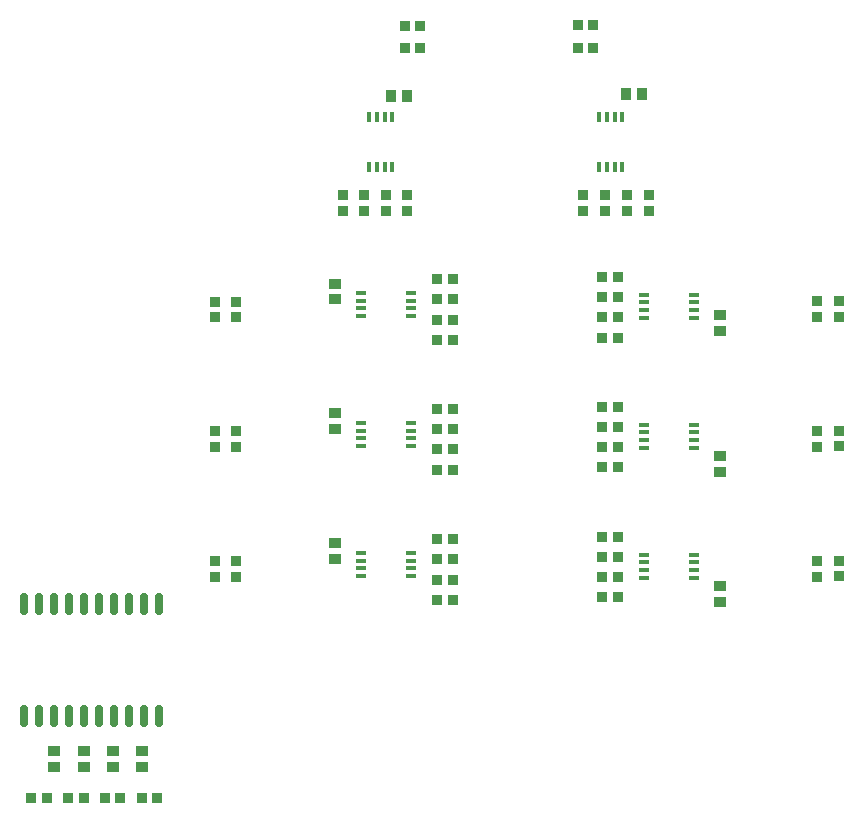
<source format=gbp>
%FSLAX23Y23*%
%MOIN*%
%SFA1B1*%

%IPPOS*%
%AMD15*
4,1,8,-0.005900,-0.037400,0.005900,-0.037400,0.011800,-0.031500,0.011800,0.031500,0.005900,0.037400,-0.005900,0.037400,-0.011800,0.031500,-0.011800,-0.031500,-0.005900,-0.037400,0.0*
1,1,0.011820,-0.005900,-0.031500*
1,1,0.011820,0.005900,-0.031500*
1,1,0.011820,0.005900,0.031500*
1,1,0.011820,-0.005900,0.031500*
%
%AMD63*
4,1,8,-0.017500,0.004100,-0.017500,-0.004100,-0.013400,-0.008300,0.013400,-0.008300,0.017500,-0.004100,0.017500,0.004100,0.013400,0.008300,-0.013400,0.008300,-0.017500,0.004100,0.0*
1,1,0.008260,-0.013400,0.004100*
1,1,0.008260,-0.013400,-0.004100*
1,1,0.008260,0.013400,-0.004100*
1,1,0.008260,0.013400,0.004100*
%
%AMD64*
4,1,8,-0.004100,-0.017500,0.004100,-0.017500,0.008300,-0.013400,0.008300,0.013400,0.004100,0.017500,-0.004100,0.017500,-0.008300,0.013400,-0.008300,-0.013400,-0.004100,-0.017500,0.0*
1,1,0.008260,-0.004100,-0.013400*
1,1,0.008260,0.004100,-0.013400*
1,1,0.008260,0.004100,0.013400*
1,1,0.008260,-0.004100,0.013400*
%
G04~CAMADD=15~8~0.0~0.0~236.2~748.0~59.1~0.0~15~0.0~0.0~0.0~0.0~0~0.0~0.0~0.0~0.0~0~0.0~0.0~0.0~180.0~236.0~748.0*
%ADD15D15*%
%ADD19R,0.037400X0.033470*%
%ADD20R,0.039370X0.035430*%
%ADD21R,0.035430X0.039370*%
%ADD22R,0.033470X0.037400*%
G04~CAMADD=63~8~0.0~0.0~165.4~350.0~41.3~0.0~15~0.0~0.0~0.0~0.0~0~0.0~0.0~0.0~0.0~0~0.0~0.0~0.0~90.0~350.0~166.0*
%ADD63D63*%
G04~CAMADD=64~8~0.0~0.0~165.4~350.0~41.3~0.0~15~0.0~0.0~0.0~0.0~0~0.0~0.0~0.0~0.0~0~0.0~0.0~0.0~180.0~166.0~350.0*
%ADD64D64*%
%LNrev1_0-1*%
%LPD*%
G54D15*
X819Y735D03*
X769D03*
X719D03*
X669D03*
X619D03*
X569D03*
X519D03*
X469D03*
X419D03*
X369D03*
X819Y1109D03*
X769D03*
X719D03*
X669D03*
X619D03*
X569D03*
X519D03*
X469D03*
X419D03*
X369D03*
G54D19*
X3013Y1251D03*
Y1200D03*
X3084Y1201D03*
Y1252D03*
Y1634D03*
Y1685D03*
X3013Y1684D03*
Y1633D03*
Y2118D03*
Y2066D03*
X3084Y2067D03*
Y2118D03*
X2232Y2471D03*
Y2420D03*
X2306D03*
Y2471D03*
X2379D03*
Y2420D03*
X2453D03*
Y2471D03*
X1574Y2420D03*
Y2471D03*
X1503D03*
Y2420D03*
X1645Y2471D03*
Y2420D03*
X1076Y2066D03*
Y2117D03*
X1005Y2117D03*
Y2066D03*
Y1684D03*
Y1633D03*
X1076Y1633D03*
Y1684D03*
X1005Y1251D03*
Y1200D03*
X1076Y1251D03*
Y1200D03*
X1432Y2471D03*
Y2420D03*
G54D20*
X2687Y1168D03*
Y1115D03*
Y1601D03*
Y1548D03*
X1405Y2124D03*
Y2177D03*
Y1691D03*
Y1744D03*
Y1258D03*
Y1311D03*
X468Y620D03*
Y567D03*
X567Y620D03*
Y567D03*
X665Y620D03*
Y567D03*
X763Y620D03*
Y567D03*
X2687Y2019D03*
Y2072D03*
G54D21*
X2376Y2809D03*
X2429D03*
X1593Y2802D03*
X1646D03*
G54D22*
X2347Y1333D03*
X2296D03*
Y1266D03*
X2347D03*
Y1198D03*
X2296D03*
Y1131D03*
X2347D03*
Y1766D03*
X2296D03*
Y1699D03*
X2347D03*
Y1631D03*
X2296D03*
Y1564D03*
X2347D03*
X2296Y1997D03*
X2347D03*
Y2064D03*
X2296D03*
Y2132D03*
X2347D03*
Y2199D03*
X2296D03*
X2266Y3040D03*
X2215D03*
Y2962D03*
X2266D03*
X1689Y3035D03*
X1638D03*
X1638Y2963D03*
X1689D03*
X1746Y1989D03*
X1797D03*
Y2057D03*
X1746D03*
Y2124D03*
X1797D03*
Y2192D03*
X1746D03*
X1797Y1759D03*
X1746D03*
Y1691D03*
X1797D03*
Y1624D03*
X1746D03*
Y1556D03*
X1797D03*
X1746Y1123D03*
X1797D03*
Y1190D03*
X1746D03*
X1797Y1326D03*
X1746D03*
Y1258D03*
X1797D03*
X392Y463D03*
X444D03*
X516D03*
X567D03*
X639D03*
X690D03*
X762D03*
X813D03*
G54D63*
X2601Y1273D03*
Y1248D03*
Y1222D03*
Y1197D03*
X2435Y1273D03*
Y1248D03*
Y1222D03*
Y1197D03*
X2601Y1706D03*
Y1681D03*
Y1655D03*
Y1630D03*
X2435Y1706D03*
Y1681D03*
Y1655D03*
Y1630D03*
X2601Y2140D03*
Y2114D03*
Y2088D03*
Y2063D03*
X2435Y2140D03*
Y2114D03*
Y2088D03*
Y2063D03*
X1492Y2068D03*
Y2094D03*
Y2119D03*
Y2145D03*
X1658Y2068D03*
Y2094D03*
Y2119D03*
Y2145D03*
X1492Y1635D03*
Y1661D03*
Y1686D03*
Y1712D03*
X1658Y1635D03*
Y1661D03*
Y1686D03*
Y1712D03*
X1492Y1202D03*
Y1228D03*
Y1253D03*
Y1279D03*
X1658Y1202D03*
Y1228D03*
Y1253D03*
Y1279D03*
G54D64*
X2285Y2731D03*
X2311D03*
X2337D03*
X2362D03*
X2285Y2565D03*
X2311D03*
X2337D03*
X2362D03*
X1596D03*
X1571D03*
X1545D03*
X1519D03*
X1596Y2731D03*
X1571D03*
X1545D03*
X1519D03*
M02*
</source>
